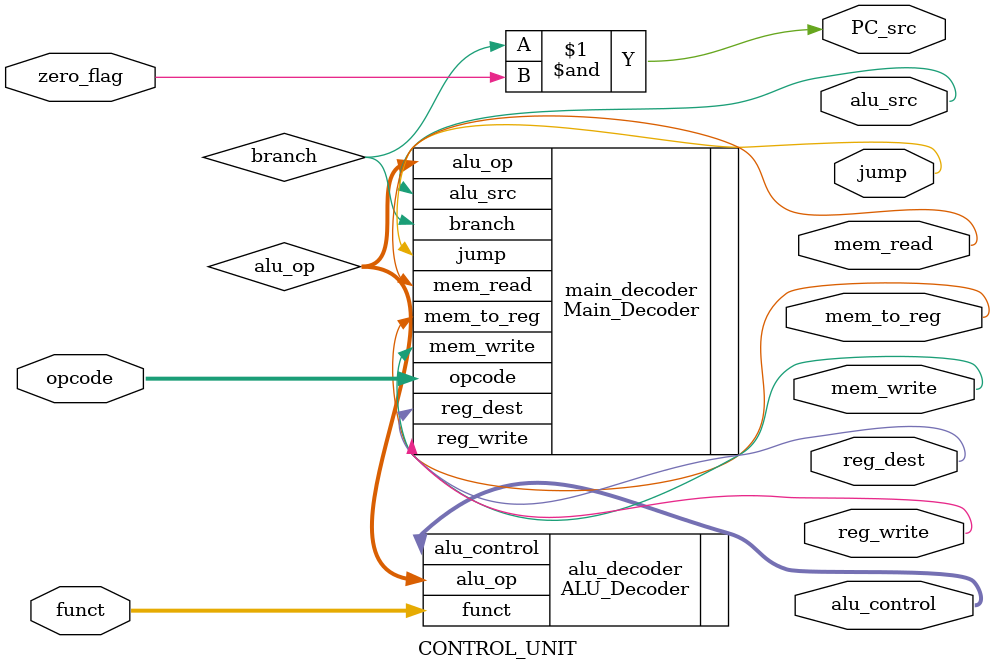
<source format=v>
`timescale 1ns / 1ps


module CONTROL_UNIT(
    input  [5:0] opcode,       // 6-bit opcode from the instruction
    input  [5:0] funct,        // 6-bit function code (used for R-type instructions)
    input        zero_flag,    // Zero flag from the ALU (indicates if the result is zero)
    output       reg_write,    // Control signal to enable writing to a register
    output       reg_dest,     // Control signal to select the destination register (for R-type instructions)
    output       alu_src,      // Control signal to select the second ALU operand source
    output       PC_src,       // Control signal to select the source of the next PC value (branch or normal)
    output       mem_write,    // Control signal to enable writing to memory
    output       mem_read,
    output       mem_to_reg,   // Control signal to select the data source for register write (ALU or memory)
    output       jump,         // Control signal to enable jumping to a target address
    output [2:0] alu_control   // 3-bit control signal for the ALU operation
    );
    wire [1:0]   alu_op;        // 2-bit ALU operation code (part of the control signals for the ALU)
    wire         branch;        // Control signal for branching (whether to take a branch or not)

    
    // Instantiate the Main Decoder
    Main_Decoder main_decoder(
         .opcode(opcode),
         .reg_write(reg_write),
         .reg_dest(reg_dest),
         .alu_src(alu_src),
         .branch(branch),
         .mem_write(mem_write),
         .mem_read(mem_read),
         .mem_to_reg(mem_to_reg),
         .alu_op(alu_op),
         .jump(jump)
     );
     
     // Instantiate the ALU Decoder
     ALU_Decoder alu_decoder(
         .alu_op(alu_op),
         .funct(funct),
         .alu_control(alu_control)
     );
     
     assign PC_src = branch & zero_flag;
endmodule

</source>
